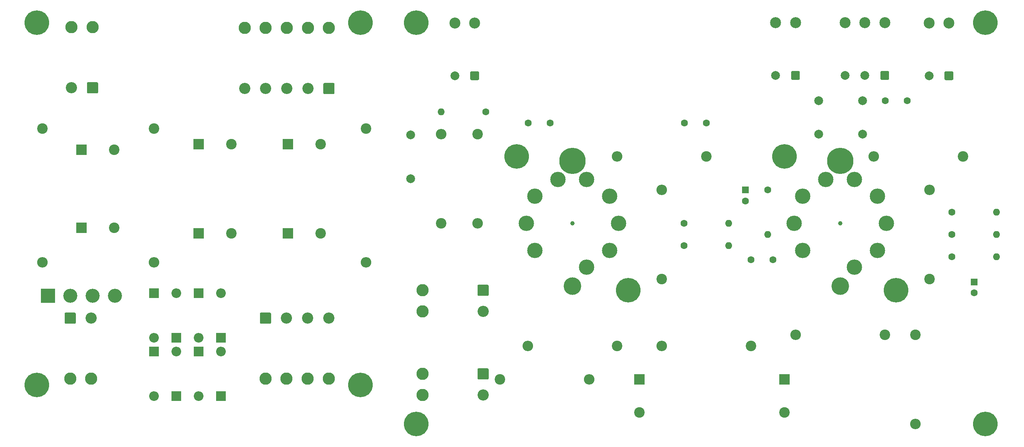
<source format=gbs>
G04 #@! TF.GenerationSoftware,KiCad,Pcbnew,6.0.6-3a73a75311~116~ubuntu22.04.1*
G04 #@! TF.CreationDate,2022-07-16T14:36:57-04:00*
G04 #@! TF.ProjectId,it_is_the_champion,69745f69-735f-4746-9865-5f6368616d70,0.1*
G04 #@! TF.SameCoordinates,Original*
G04 #@! TF.FileFunction,Soldermask,Bot*
G04 #@! TF.FilePolarity,Negative*
%FSLAX46Y46*%
G04 Gerber Fmt 4.6, Leading zero omitted, Abs format (unit mm)*
G04 Created by KiCad (PCBNEW 6.0.6-3a73a75311~116~ubuntu22.04.1) date 2022-07-16 14:36:57*
%MOMM*%
%LPD*%
G01*
G04 APERTURE LIST*
%ADD10R,1.600000X1.600000*%
%ADD11C,1.600000*%
%ADD12C,2.000000*%
%ADD13C,2.500000*%
%ADD14O,1.600000X1.600000*%
%ADD15C,2.400000*%
%ADD16O,2.400000X2.400000*%
%ADD17C,5.600000*%
%ADD18R,2.400000X2.400000*%
%ADD19C,2.800000*%
%ADD20C,2.550000*%
%ADD21R,2.200000X2.200000*%
%ADD22O,2.200000X2.200000*%
%ADD23C,5.599999*%
%ADD24R,3.200000X3.200000*%
%ADD25C,3.200000*%
%ADD26C,1.000000*%
%ADD27C,6.000000*%
%ADD28C,4.000000*%
%ADD29O,3.500000X3.500000*%
G04 APERTURE END LIST*
D10*
X254000000Y-108585000D03*
D11*
X254000000Y-111085000D03*
X238760000Y-67310000D03*
X233760000Y-67310000D03*
D12*
X218600000Y-74930000D03*
X228600000Y-74930000D03*
X218600000Y-67310000D03*
X228600000Y-67310000D03*
D10*
X201930000Y-87630000D03*
D11*
X201930000Y-90130000D03*
X203200000Y-103505000D03*
X208200000Y-103505000D03*
D13*
X213360000Y-49530000D03*
X208860000Y-49530000D03*
G36*
G01*
X214360000Y-60780000D02*
X214360000Y-62280000D01*
G75*
G02*
X214110000Y-62530000I-250000J0D01*
G01*
X212610000Y-62530000D01*
G75*
G02*
X212360000Y-62280000I0J250000D01*
G01*
X212360000Y-60780000D01*
G75*
G02*
X212610000Y-60530000I250000J0D01*
G01*
X214110000Y-60530000D01*
G75*
G02*
X214360000Y-60780000I0J-250000D01*
G01*
G37*
D12*
X208860000Y-61530000D03*
D11*
X248920000Y-92710000D03*
D14*
X259080000Y-92710000D03*
D11*
X248920000Y-102870000D03*
D14*
X259080000Y-102870000D03*
D15*
X233680000Y-120650000D03*
D16*
X213360000Y-120650000D03*
D13*
X233680000Y-49530000D03*
X224680000Y-49530000D03*
X229180000Y-49530000D03*
G36*
G01*
X234680000Y-60780000D02*
X234680000Y-62280000D01*
G75*
G02*
X234430000Y-62530000I-250000J0D01*
G01*
X232930000Y-62530000D01*
G75*
G02*
X232680000Y-62280000I0J250000D01*
G01*
X232680000Y-60780000D01*
G75*
G02*
X232930000Y-60530000I250000J0D01*
G01*
X234430000Y-60530000D01*
G75*
G02*
X234680000Y-60780000I0J-250000D01*
G01*
G37*
D12*
X229180000Y-61530000D03*
X224680000Y-61530000D03*
D11*
X207010000Y-87630000D03*
D14*
X207010000Y-97790000D03*
D15*
X182880000Y-107950000D03*
D16*
X182880000Y-87630000D03*
D15*
X140970000Y-74930000D03*
D16*
X140970000Y-95250000D03*
D11*
X193040000Y-72390000D03*
X188040000Y-72390000D03*
X152480000Y-72390000D03*
X157480000Y-72390000D03*
X142875000Y-69850000D03*
D14*
X132715000Y-69850000D03*
D11*
X248920000Y-97790000D03*
D14*
X259080000Y-97790000D03*
D17*
X127000000Y-49530000D03*
X256540000Y-49530000D03*
X256540000Y-140970000D03*
X127000000Y-140970000D03*
D12*
X125730000Y-75090000D03*
X125730000Y-85090000D03*
D11*
X187960000Y-95250000D03*
D14*
X198120000Y-95250000D03*
D15*
X132715000Y-95250000D03*
D16*
X132715000Y-74930000D03*
D15*
X243840000Y-107950000D03*
D16*
X243840000Y-87630000D03*
D11*
X187960000Y-100330000D03*
D14*
X198120000Y-100330000D03*
D15*
X172720000Y-123190000D03*
D16*
X152400000Y-123190000D03*
D17*
X210820000Y-80010000D03*
X236220000Y-110490000D03*
X149860000Y-80010000D03*
X175260000Y-110490000D03*
D18*
X210820000Y-130810000D03*
D15*
X210820000Y-138310000D03*
D19*
X128440000Y-129540000D03*
X128440000Y-134340000D03*
G36*
G01*
X141214999Y-128265000D02*
X143265001Y-128265000D01*
G75*
G02*
X143515000Y-128514999I0J-249999D01*
G01*
X143515000Y-130565001D01*
G75*
G02*
X143265001Y-130815000I-249999J0D01*
G01*
X141214999Y-130815000D01*
G75*
G02*
X140965000Y-130565001I0J249999D01*
G01*
X140965000Y-128514999D01*
G75*
G02*
X141214999Y-128265000I249999J0D01*
G01*
G37*
D20*
X142240000Y-134340000D03*
D19*
X128440000Y-110490000D03*
X128440000Y-115290000D03*
G36*
G01*
X141214999Y-109215000D02*
X143265001Y-109215000D01*
G75*
G02*
X143515000Y-109464999I0J-249999D01*
G01*
X143515000Y-111515001D01*
G75*
G02*
X143265001Y-111765000I-249999J0D01*
G01*
X141214999Y-111765000D01*
G75*
G02*
X140965000Y-111515001I0J249999D01*
G01*
X140965000Y-109464999D01*
G75*
G02*
X141214999Y-109215000I249999J0D01*
G01*
G37*
D20*
X142240000Y-115290000D03*
D15*
X146050000Y-130810000D03*
D16*
X166370000Y-130810000D03*
D15*
X203200000Y-123190000D03*
D16*
X182880000Y-123190000D03*
D15*
X240665000Y-120650000D03*
D16*
X240665000Y-140970000D03*
D18*
X177800000Y-130810000D03*
D15*
X177800000Y-138310000D03*
D21*
X82550000Y-121285000D03*
D22*
X82550000Y-111125000D03*
D17*
X114300000Y-49530000D03*
D23*
X40640000Y-49530000D03*
D21*
X72390000Y-121285000D03*
D22*
X72390000Y-111125000D03*
D15*
X67310000Y-73660000D03*
D16*
X67310000Y-104140000D03*
D15*
X41910000Y-73660000D03*
D16*
X41910000Y-104140000D03*
D19*
X92710000Y-130640000D03*
X97510000Y-130640000D03*
X107110000Y-130640000D03*
X102310000Y-130640000D03*
G36*
G01*
X91435000Y-117865001D02*
X91435000Y-115814999D01*
G75*
G02*
X91684999Y-115565000I249999J0D01*
G01*
X93735001Y-115565000D01*
G75*
G02*
X93985000Y-115814999I0J-249999D01*
G01*
X93985000Y-117865001D01*
G75*
G02*
X93735001Y-118115000I-249999J0D01*
G01*
X91684999Y-118115000D01*
G75*
G02*
X91435000Y-117865001I0J249999D01*
G01*
G37*
D20*
X97510000Y-116840000D03*
X102310000Y-116840000D03*
X107110000Y-116840000D03*
D24*
X43180000Y-111760000D03*
D25*
X48260000Y-111760000D03*
X53340000Y-111760000D03*
X58420000Y-111760000D03*
D18*
X97790000Y-77216000D03*
D15*
X105290000Y-77216000D03*
D19*
X48260000Y-130640000D03*
X53060000Y-130640000D03*
G36*
G01*
X46985000Y-117865001D02*
X46985000Y-115814999D01*
G75*
G02*
X47234999Y-115565000I249999J0D01*
G01*
X49285001Y-115565000D01*
G75*
G02*
X49535000Y-115814999I0J-249999D01*
G01*
X49535000Y-117865001D01*
G75*
G02*
X49285001Y-118115000I-249999J0D01*
G01*
X47234999Y-118115000D01*
G75*
G02*
X46985000Y-117865001I0J249999D01*
G01*
G37*
D20*
X53060000Y-116840000D03*
D18*
X50800000Y-96266000D03*
D15*
X58300000Y-96266000D03*
D18*
X50800000Y-78486000D03*
D15*
X58300000Y-78486000D03*
D18*
X77470000Y-97536000D03*
D15*
X84970000Y-97536000D03*
D18*
X97790000Y-97536000D03*
D15*
X105290000Y-97536000D03*
D19*
X107162000Y-50716000D03*
X102362000Y-50716000D03*
X97562000Y-50716000D03*
X87962000Y-50716000D03*
X92762000Y-50716000D03*
G36*
G01*
X108437000Y-63490999D02*
X108437000Y-65541001D01*
G75*
G02*
X108187001Y-65791000I-249999J0D01*
G01*
X106136999Y-65791000D01*
G75*
G02*
X105887000Y-65541001I0J249999D01*
G01*
X105887000Y-63490999D01*
G75*
G02*
X106136999Y-63241000I249999J0D01*
G01*
X108187001Y-63241000D01*
G75*
G02*
X108437000Y-63490999I0J-249999D01*
G01*
G37*
D20*
X102362000Y-64516000D03*
X97562000Y-64516000D03*
X92762000Y-64516000D03*
X87962000Y-64516000D03*
D15*
X115570000Y-73660000D03*
D16*
X115570000Y-104140000D03*
D21*
X82550000Y-134620000D03*
D22*
X82550000Y-124460000D03*
D19*
X53340000Y-50546000D03*
X48540000Y-50546000D03*
G36*
G01*
X54615000Y-63320999D02*
X54615000Y-65371001D01*
G75*
G02*
X54365001Y-65621000I-249999J0D01*
G01*
X52314999Y-65621000D01*
G75*
G02*
X52065000Y-65371001I0J249999D01*
G01*
X52065000Y-63320999D01*
G75*
G02*
X52314999Y-63071000I249999J0D01*
G01*
X54365001Y-63071000D01*
G75*
G02*
X54615000Y-63320999I0J-249999D01*
G01*
G37*
D20*
X48540000Y-64346000D03*
D17*
X114300000Y-132080000D03*
X40640000Y-132080000D03*
D18*
X77470000Y-77216000D03*
D15*
X84970000Y-77216000D03*
D21*
X67310000Y-124460000D03*
D22*
X67310000Y-134620000D03*
D21*
X67310000Y-111125000D03*
D22*
X67310000Y-121285000D03*
D21*
X77470000Y-124460000D03*
D22*
X77470000Y-134620000D03*
D21*
X77470000Y-111125000D03*
D22*
X77470000Y-121285000D03*
D21*
X72390000Y-134620000D03*
D22*
X72390000Y-124460000D03*
D13*
X243785000Y-49595000D03*
X248285000Y-49595000D03*
G36*
G01*
X249285000Y-60845000D02*
X249285000Y-62345000D01*
G75*
G02*
X249035000Y-62595000I-250000J0D01*
G01*
X247535000Y-62595000D01*
G75*
G02*
X247285000Y-62345000I0J250000D01*
G01*
X247285000Y-60845000D01*
G75*
G02*
X247535000Y-60595000I250000J0D01*
G01*
X249035000Y-60595000D01*
G75*
G02*
X249285000Y-60845000I0J-250000D01*
G01*
G37*
D12*
X243785000Y-61595000D03*
D13*
X135835000Y-49595000D03*
X140335000Y-49595000D03*
G36*
G01*
X141335000Y-60845000D02*
X141335000Y-62345000D01*
G75*
G02*
X141085000Y-62595000I-250000J0D01*
G01*
X139585000Y-62595000D01*
G75*
G02*
X139335000Y-62345000I0J250000D01*
G01*
X139335000Y-60845000D01*
G75*
G02*
X139585000Y-60595000I250000J0D01*
G01*
X141085000Y-60595000D01*
G75*
G02*
X141335000Y-60845000I0J-250000D01*
G01*
G37*
D12*
X135835000Y-61595000D03*
D15*
X193040000Y-80010000D03*
D16*
X172720000Y-80010000D03*
D15*
X251460000Y-80010000D03*
D16*
X231140000Y-80010000D03*
D26*
X162560000Y-95250000D03*
D27*
X162560000Y-81000000D03*
D28*
X162560000Y-109500000D03*
D29*
X154065322Y-101421745D03*
X152060000Y-95250000D03*
X154065322Y-89078255D03*
X159315322Y-85263907D03*
X165804678Y-85263907D03*
X171054678Y-89078255D03*
X173060000Y-95250000D03*
X171054678Y-101421745D03*
X165804678Y-105236093D03*
D27*
X223520000Y-81000000D03*
D26*
X223520000Y-95250000D03*
D28*
X223520000Y-109500000D03*
D29*
X215025322Y-101421745D03*
X213020000Y-95250000D03*
X215025322Y-89078255D03*
X220275322Y-85263907D03*
X226764678Y-85263907D03*
X232014678Y-89078255D03*
X234020000Y-95250000D03*
X232014678Y-101421745D03*
X226764678Y-105236093D03*
M02*

</source>
